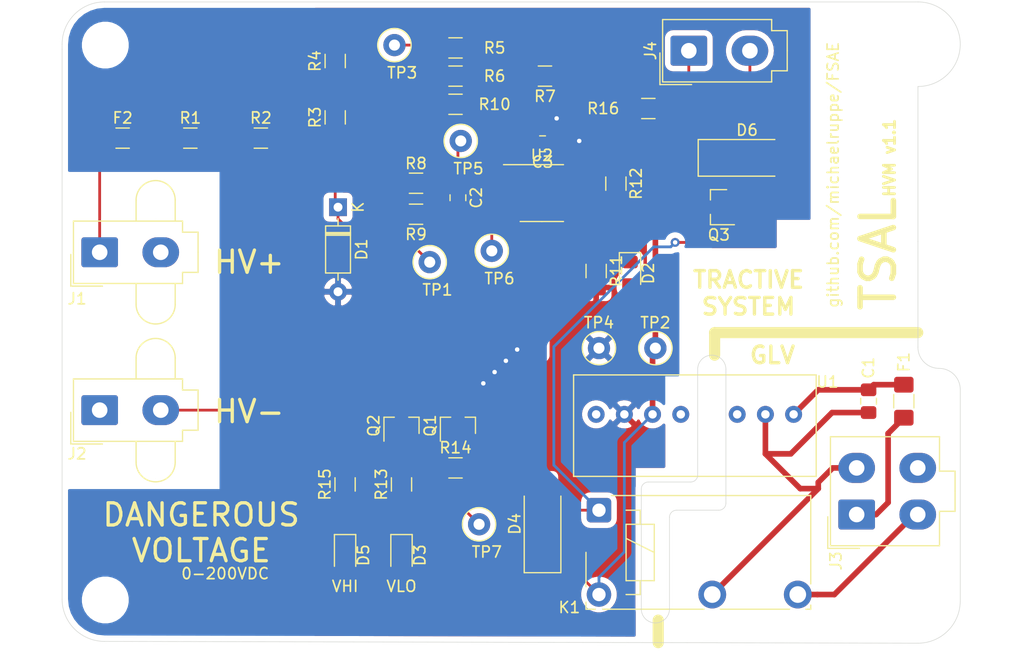
<source format=kicad_pcb>
(kicad_pcb (version 20171130) (host pcbnew "(5.1.2)-2")
  (layers (0 F.Cu signal) (31 B.Cu signal) (34 B.Paste user) (35 F.Paste user) (36 B.SilkS user) (37 F.SilkS user) (38 B.Mask user) (39 F.Mask user) (44 Edge.Cuts user))
  (net 0 "")
  (net 1 "Net-(C1-Pad1)")
  (net 2 -Vin)
  (net 3 "Net-(C2-Pad1)")
  (net 4 "Net-(C2-Pad2)")
  (net 5 GND)
  (net 6 +12V)
  (net 7 "Net-(D1-Pad1)")
  (net 8 "Net-(D2-Pad1)")
  (net 9 "Net-(D3-Pad1)")
  (net 10 "Net-(D5-Pad1)")
  (net 11 +Vin)
  (net 12 "Net-(Q1-Pad1)")
  (net 13 /+HV)
  (net 14 "Net-(U1-Pad5)")
  (net 15 "Net-(U2-Pad5)")
  (net 16 "Net-(F2-Pad2)")
  (net 17 "Net-(D4-Pad2)")
  (net 18 "Net-(R1-Pad2)")
  (net 19 "Net-(R3-Pad2)")
  (net 20 "Net-(R10-Pad1)")
  (net 21 "Net-(R6-Pad1)")
  (net 22 "Net-(U1-Pad3)")
  (net 23 "Net-(U1-Pad8)")
  (net 24 "Net-(D6-Pad2)")
  (net 25 OUT)
  (net 26 "Net-(Q2-Pad3)")
  (net 27 "Net-(J1-Pad2)")
  (net 28 "Net-(J2-Pad1)")
  (net 29 "Net-(J4-Pad1)")
  (module Connector_Molex:Molex_Mini-Fit_Jr_5566-02A2_2x01_P4.20mm_Vertical (layer F.Cu) (at 51.562 77.343 90)
    (fp_text reference J2 (at -3.937 -2.032 180) (layer F.SilkS))
    (fp_text value HV-)
    (pad "" np_thru_hole circle (at 4.7 5.04 90) (size 3 3) (drill 3) (layers *.Cu *.Mask))
    (pad "" np_thru_hole circle (at -4.7 5.04 90) (size 3 3) (drill 3) (layers *.Cu *.Mask))
    (pad 2 thru_hole oval (at 0 5.5 90) (size 2.7 3.3) (drill 1.4) (layers *.Cu *.Mask) (net 5 GND))
    (pad 1 thru_hole roundrect (at 0 0 90) (size 2.7 3.3) (drill 1.4) (layers *.Cu *.Mask) (roundrect_rratio 0.09259299999999999) (net 28 "Net-(J2-Pad1)"))
  )
  (module Connector_Molex:Molex_Mini-Fit_Jr_5566-02A2_2x01_P4.20mm_Vertical (layer F.Cu) (at 51.562 63.119 90)
    (fp_text reference J1 (at -4.191 -2.032 180) (layer F.SilkS))
    (fp_text value HV+)
    (pad "" np_thru_hole circle (at 4.7 5.04 90) (size 3 3) (drill 3) (layers *.Cu *.Mask))
    (pad "" np_thru_hole circle (at -4.7 5.04 90) (size 3 3) (drill 3) (layers *.Cu *.Mask))
    (pad 2 thru_hole oval (at 0 5.5 90) (size 2.7 3.3) (drill 1.4) (layers *.Cu *.Mask) (net 27 "Net-(J1-Pad2)"))
    (pad 1 thru_hole roundrect (at 0 0 90) (size 2.7 3.3) (drill 1.4) (layers *.Cu *.Mask) (roundrect_rratio 0.09259299999999999) (net 13 /+HV))
  )
  (module Connector_Molex:Molex_Mini-Fit_Jr_5566-02A_2x01_P4.20mm_Vertical (layer F.Cu) (at 104.609 44.958 90)
    (fp_text reference J4 (at 0 -3.45 90) (layer F.SilkS))
    (fp_text value VHI)
    (pad 2 thru_hole oval (at 0 5.5 90) (size 2.7 3.3) (drill 1.4) (layers *.Cu *.Mask) (net 24 "Net-(D6-Pad2)"))
    (pad 1 thru_hole roundrect (at 0 0 90) (size 2.7 3.3) (drill 1.4) (layers *.Cu *.Mask) (roundrect_rratio 0.09259299999999999) (net 29 "Net-(J4-Pad1)"))
  )
  (module Connector_Molex:Molex_Mini-Fit_Jr_5566-04A_2x02_P4.20mm_Vertical (layer F.Cu) (at 119.722 86.75 90)
    (fp_text reference J3 (at -4.182 -1.866 90) (layer F.SilkS))
    (fp_text value Conn_01x03_Male)
    (pad 4 thru_hole oval (at 4.2 5.5 90) (size 2.7 3.3) (drill 1.4) (layers *.Cu *.Mask))
    (pad 3 thru_hole oval (at 0 5.5 90) (size 2.7 3.3) (drill 1.4) (layers *.Cu *.Mask) (net 25 OUT))
    (pad 2 thru_hole oval (at 4.2 0 90) (size 2.7 3.3) (drill 1.4) (layers *.Cu *.Mask) (net 2 -Vin))
    (pad 1 thru_hole roundrect (at 0 0 90) (size 2.7 3.3) (drill 1.4) (layers *.Cu *.Mask) (roundrect_rratio 0.09259299999999999) (net 11 +Vin))
  )
  (module Resistor_SMD:R_1206_3216Metric_Pad1.42x1.75mm_HandSolder (layer F.Cu) (at 100.965 50.165)
    (fp_text reference R16 (at -4.064 0) (layer F.SilkS))
    (fp_text value PRV)
    (pad 2 smd roundrect (at 1.4875 0) (size 1.425 1.75) (layers F.Cu F.Paste F.Mask) (roundrect_rratio 0.175439) (net 29 "Net-(J4-Pad1)"))
    (pad 1 smd roundrect (at -1.4875 0) (size 1.425 1.75) (layers F.Cu F.Paste F.Mask) (roundrect_rratio 0.175439) (net 6 +12V))
  )
  (module Package_TO_SOT_SMD:SOT-23 (layer F.Cu) (at 107.315 59.055 180)
    (fp_text reference Q3 (at 0 -2.5) (layer F.SilkS))
    (fp_text value 2N7002)
    (pad 3 smd rect (at 1 0 180) (size 0.9 0.8) (layers F.Cu F.Paste F.Mask) (net 24 "Net-(D6-Pad2)"))
    (pad 2 smd rect (at -1 0.95 180) (size 0.9 0.8) (layers F.Cu F.Paste F.Mask) (net 5 GND))
    (pad 1 smd rect (at -1 -0.95 180) (size 0.9 0.8) (layers F.Cu F.Paste F.Mask) (net 17 "Net-(D4-Pad2)"))
  )
  (module Diode_SMD:D_SMA_Handsoldering (layer F.Cu) (at 109.855 54.61)
    (fp_text reference D6 (at 0 -2.5) (layer F.SilkS))
    (fp_text value D)
    (pad 2 smd rect (at 2.5 0) (size 3.5 1.8) (layers F.Cu F.Paste F.Mask) (net 24 "Net-(D6-Pad2)"))
    (pad 1 smd rect (at -2.5 0) (size 3.5 1.8) (layers F.Cu F.Paste F.Mask) (net 6 +12V))
  )
  (module Capacitor_SMD:C_0805_2012Metric_Pad1.15x1.40mm_HandSolder (layer F.Cu) (at 91.44 53.34 180)
    (fp_text reference C3 (at 0 -1.65) (layer F.SilkS))
    (fp_text value 100n)
    (pad 2 smd roundrect (at 1.025 0 180) (size 1.15 1.4) (layers F.Cu F.Paste F.Mask) (roundrect_rratio 0.217391) (net 5 GND))
    (pad 1 smd roundrect (at -1.025 0 180) (size 1.15 1.4) (layers F.Cu F.Paste F.Mask) (roundrect_rratio 0.217391) (net 6 +12V))
  )
  (module Capacitor_SMD:C_0805_2012Metric_Pad1.15x1.40mm_HandSolder (layer F.Cu) (at 83.82 58.2025 270)
    (fp_text reference C2 (at 0 -1.65 90) (layer F.SilkS))
    (fp_text value 10n)
    (pad 2 smd roundrect (at 1.025 0 270) (size 1.15 1.4) (layers F.Cu F.Paste F.Mask) (roundrect_rratio 0.217391) (net 4 "Net-(C2-Pad2)"))
    (pad 1 smd roundrect (at -1.025 0 270) (size 1.15 1.4) (layers F.Cu F.Paste F.Mask) (roundrect_rratio 0.217391) (net 3 "Net-(C2-Pad1)"))
  )
  (module Capacitor_SMD:C_0805_2012Metric_Pad1.15x1.40mm_HandSolder (layer F.Cu) (at 120.795 76.5375 270)
    (fp_text reference C1 (at -3.0045 0.018 90) (layer F.SilkS))
    (fp_text value 1u)
    (pad 2 smd roundrect (at 1.025 0 270) (size 1.15 1.4) (layers F.Cu F.Paste F.Mask) (roundrect_rratio 0.217391) (net 2 -Vin))
    (pad 1 smd roundrect (at -1.025 0 270) (size 1.15 1.4) (layers F.Cu F.Paste F.Mask) (roundrect_rratio 0.217391) (net 1 "Net-(C1-Pad1)"))
  )
  (module Package_TO_SOT_SMD:SOT-23 (layer F.Cu) (at 78.74 78.74 90)
    (fp_text reference Q2 (at 0 -2.5 90) (layer F.SilkS))
    (fp_text value 2N7002)
    (pad 3 smd rect (at 1 0 90) (size 0.9 0.8) (layers F.Cu F.Paste F.Mask) (net 26 "Net-(Q2-Pad3)"))
    (pad 2 smd rect (at -1 0.95 90) (size 0.9 0.8) (layers F.Cu F.Paste F.Mask) (net 5 GND))
    (pad 1 smd rect (at -1 -0.95 90) (size 0.9 0.8) (layers F.Cu F.Paste F.Mask) (net 17 "Net-(D4-Pad2)"))
  )
  (module MountingHole:MountingHole_3.2mm_M3 (layer F.Cu) (at 125.32 44.45)
    (fp_text reference REF** hide)
    (fp_text value MountingHole_3.2mm_M3)
    (pad 1 np_thru_hole circle (at 0 0) (size 3.2 3.2) (drill 3.2) (layers *.Cu *.Mask))
  )
  (module MountingHole:MountingHole_3.2mm_M3 (layer F.Cu) (at 52.07 94.45)
    (fp_text reference REF** hide)
    (fp_text value MountingHole_3.2mm_M3)
    (pad 1 np_thru_hole circle (at 0 0) (size 3.2 3.2) (drill 3.2) (layers *.Cu *.Mask))
  )
  (module MountingHole:MountingHole_3.2mm_M3 (layer F.Cu) (at 125.32 94.45)
    (fp_text reference REF** hide)
    (fp_text value MountingHole_3.2mm_M3)
    (pad 1 np_thru_hole circle (at 0 0) (size 3.2 3.2) (drill 3.2) (layers *.Cu *.Mask))
  )
  (module MountingHole:MountingHole_3.2mm_M3 (layer F.Cu) (at 52.07 44.45)
    (fp_text reference REF** hide)
    (fp_text value MountingHole_3.2mm_M3)
    (pad 1 np_thru_hole circle (at 0 0) (size 3.2 3.2) (drill 3.2) (layers *.Cu *.Mask))
  )
  (module Diode_SMD:D_SMA_Handsoldering (layer F.Cu) (at 91.44 87.59 90)
    (fp_text reference D4 (at 0 -2.5 90) (layer F.SilkS))
    (fp_text value D)
    (pad 2 smd rect (at 2.5 0 90) (size 3.5 1.8) (layers F.Cu F.Paste F.Mask) (net 17 "Net-(D4-Pad2)"))
    (pad 1 smd rect (at -2.5 0 90) (size 3.5 1.8) (layers F.Cu F.Paste F.Mask) (net 6 +12V))
  )
  (module TSAL-HVM:SPAN02 (layer F.Cu) (at 105.41 78.74 180)
    (fp_text reference U1 (at -11.684 3.937) (layer F.SilkS))
    (fp_text value SPAN02A-12)
    (pad 1 thru_hole circle (at -8.636 1.016 180) (size 1.524 1.524) (drill 0.762) (layers *.Cu *.Mask) (net 1 "Net-(C1-Pad1)"))
    (pad 2 thru_hole circle (at -6.096 1.016 180) (size 1.524 1.524) (drill 0.762) (layers *.Cu *.Mask) (net 2 -Vin))
    (pad 3 thru_hole circle (at -3.556 1.016 180) (size 1.524 1.524) (drill 0.762) (layers *.Cu *.Mask) (net 22 "Net-(U1-Pad3)"))
    (pad 5 thru_hole circle (at 1.524 1.016 180) (size 1.524 1.524) (drill 0.762) (layers *.Cu *.Mask) (net 14 "Net-(U1-Pad5)"))
    (pad 6 thru_hole circle (at 4.064 1.016 180) (size 1.524 1.524) (drill 0.762) (layers *.Cu *.Mask) (net 6 +12V))
    (pad 7 thru_hole circle (at 6.604 1.016 180) (size 1.524 1.524) (drill 0.762) (layers *.Cu *.Mask) (net 5 GND))
    (pad 8 thru_hole circle (at 9.144 1.016 180) (size 1.524 1.524) (drill 0.762) (layers *.Cu *.Mask) (net 23 "Net-(U1-Pad8)"))
  )
  (module TestPoint:TestPoint_Loop_D1.80mm_Drill1.0mm_Beaded (layer F.Cu) (at 84.074 53.086)
    (fp_text reference TP5 (at 0.7 2.5) (layer F.SilkS))
    (fp_text value TestPoint)
    (pad 1 thru_hole circle (at 0 0) (size 2 2) (drill 1) (layers *.Cu *.Mask) (net 3 "Net-(C2-Pad1)"))
  )
  (module Fuse:Fuse_1206_3216Metric_Pad1.42x1.75mm_HandSolder (layer F.Cu) (at 53.6305 52.832)
    (fp_text reference F2 (at 0 -1.82) (layer F.SilkS))
    (fp_text value Fuse_Small)
    (pad 1 smd roundrect (at -1.4875 0) (size 1.425 1.75) (layers F.Cu F.Paste F.Mask) (roundrect_rratio 0.175439) (net 13 /+HV))
    (pad 2 smd roundrect (at 1.4875 0) (size 1.425 1.75) (layers F.Cu F.Paste F.Mask) (roundrect_rratio 0.175439) (net 16 "Net-(F2-Pad2)"))
  )
  (module Diode_THT:D_DO-35_SOD27_P7.62mm_Horizontal (layer F.Cu) (at 73.025 59.055 270)
    (fp_text reference D1 (at 3.81 -2.12 270) (layer F.SilkS))
    (fp_text value 12V)
    (fp_text user K (at 0 -1.8 270) (layer F.SilkS))
    (pad 1 thru_hole rect (at 0 0 270) (size 1.6 1.6) (drill 0.8) (layers *.Cu *.Mask) (net 7 "Net-(D1-Pad1)"))
    (pad 2 thru_hole oval (at 7.62 0 270) (size 1.6 1.6) (drill 0.8) (layers *.Cu *.Mask) (net 5 GND))
  )
  (module LED_SMD:LED_0805_2012Metric_Pad1.15x1.40mm_HandSolder (layer F.Cu) (at 78.74 90.415 270)
    (fp_text reference D3 (at 0 -1.65 90) (layer F.SilkS))
    (fp_text value VLO)
    (pad 1 smd roundrect (at -1.025 0 270) (size 1.15 1.4) (layers F.Cu F.Paste F.Mask) (roundrect_rratio 0.217391) (net 9 "Net-(D3-Pad1)"))
    (pad 2 smd roundrect (at 1.025 0 270) (size 1.15 1.4) (layers F.Cu F.Paste F.Mask) (roundrect_rratio 0.217391) (net 6 +12V))
  )
  (module LED_SMD:LED_0805_2012Metric_Pad1.15x1.40mm_HandSolder (layer F.Cu) (at 99.314 65.015 270)
    (fp_text reference D2 (at 0 -1.65 90) (layer F.SilkS))
    (fp_text value PWR)
    (pad 1 smd roundrect (at -1.025 0 270) (size 1.15 1.4) (layers F.Cu F.Paste F.Mask) (roundrect_rratio 0.217391) (net 8 "Net-(D2-Pad1)"))
    (pad 2 smd roundrect (at 1.025 0 270) (size 1.15 1.4) (layers F.Cu F.Paste F.Mask) (roundrect_rratio 0.217391) (net 6 +12V))
  )
  (module LED_SMD:LED_0805_2012Metric_Pad1.15x1.40mm_HandSolder (layer F.Cu) (at 73.66 90.415 270)
    (fp_text reference D5 (at 0 -1.65 90) (layer F.SilkS))
    (fp_text value VHI)
    (pad 2 smd roundrect (at 1.025 0 270) (size 1.15 1.4) (layers F.Cu F.Paste F.Mask) (roundrect_rratio 0.217391) (net 6 +12V))
    (pad 1 smd roundrect (at -1.025 0 270) (size 1.15 1.4) (layers F.Cu F.Paste F.Mask) (roundrect_rratio 0.217391) (net 10 "Net-(D5-Pad1)"))
  )
  (module Fuse:Fuse_1206_3216Metric_Pad1.42x1.75mm_HandSolder (layer F.Cu) (at 123.97 76.5375 90)
    (fp_text reference F1 (at 3.5195 0 90) (layer F.SilkS))
    (fp_text value Fuse_Small)
    (pad 1 smd roundrect (at -1.4875 0 90) (size 1.425 1.75) (layers F.Cu F.Paste F.Mask) (roundrect_rratio 0.175439) (net 11 +Vin))
    (pad 2 smd roundrect (at 1.4875 0 90) (size 1.425 1.75) (layers F.Cu F.Paste F.Mask) (roundrect_rratio 0.175439) (net 1 "Net-(C1-Pad1)"))
  )
  (module Relay_THT:Relay_SPST_TE_PCH-1xxx2M (layer F.Cu) (at 96.52 86.36)
    (fp_text reference K1 (at -2.667 8.763) (layer F.SilkS))
    (fp_text value TE_PCH-1xxx2M)
    (pad 2 thru_hole circle (at 10.2 7.6) (size 2.5 2.5) (drill 1.5) (layers *.Cu *.Mask) (net 2 -Vin))
    (pad 1 thru_hole roundrect (at 0 0) (size 2.2 2.2) (drill 1.2) (layers *.Cu *.Mask) (roundrect_rratio 0.155) (net 17 "Net-(D4-Pad2)"))
    (pad 5 thru_hole circle (at 0 7.6) (size 2.2 2.2) (drill 1.2) (layers *.Cu *.Mask) (net 6 +12V))
    (pad 3 thru_hole circle (at 17.9 7.6) (size 2.5 2.5) (drill 1.5) (layers *.Cu *.Mask) (net 25 OUT))
  )
  (module Package_TO_SOT_SMD:SOT-23 (layer F.Cu) (at 83.82 78.74 90)
    (fp_text reference Q1 (at 0 -2.5 90) (layer F.SilkS))
    (fp_text value 2N7002)
    (pad 3 smd rect (at 1 0 90) (size 0.9 0.8) (layers F.Cu F.Paste F.Mask) (net 17 "Net-(D4-Pad2)"))
    (pad 2 smd rect (at -1 0.95 90) (size 0.9 0.8) (layers F.Cu F.Paste F.Mask) (net 5 GND))
    (pad 1 smd rect (at -1 -0.95 90) (size 0.9 0.8) (layers F.Cu F.Paste F.Mask) (net 12 "Net-(Q1-Pad1)"))
  )
  (module Resistor_SMD:R_1206_3216Metric_Pad1.42x1.75mm_HandSolder (layer F.Cu) (at 83.6025 44.704)
    (fp_text reference R5 (at 3.5195 0) (layer F.SilkS))
    (fp_text value 75k)
    (pad 2 smd roundrect (at 1.4875 0) (size 1.425 1.75) (layers F.Cu F.Paste F.Mask) (roundrect_rratio 0.175439) (net 6 +12V))
    (pad 1 smd roundrect (at -1.4875 0) (size 1.425 1.75) (layers F.Cu F.Paste F.Mask) (roundrect_rratio 0.175439) (net 20 "Net-(R10-Pad1)"))
  )
  (module Resistor_SMD:R_1206_3216Metric_Pad1.42x1.75mm_HandSolder (layer F.Cu) (at 83.6025 47.244 180)
    (fp_text reference R6 (at -3.5195 0) (layer F.SilkS))
    (fp_text value 24k)
    (pad 1 smd roundrect (at -1.4875 0 180) (size 1.425 1.75) (layers F.Cu F.Paste F.Mask) (roundrect_rratio 0.175439) (net 21 "Net-(R6-Pad1)"))
    (pad 2 smd roundrect (at 1.4875 0 180) (size 1.425 1.75) (layers F.Cu F.Paste F.Mask) (roundrect_rratio 0.175439) (net 20 "Net-(R10-Pad1)"))
  )
  (module Resistor_SMD:R_1206_3216Metric_Pad1.42x1.75mm_HandSolder (layer F.Cu) (at 83.6025 49.784)
    (fp_text reference R10 (at 3.5195 0) (layer F.SilkS))
    (fp_text value 1M)
    (pad 2 smd roundrect (at 1.4875 0) (size 1.425 1.75) (layers F.Cu F.Paste F.Mask) (roundrect_rratio 0.175439) (net 12 "Net-(Q1-Pad1)"))
    (pad 1 smd roundrect (at -1.4875 0) (size 1.425 1.75) (layers F.Cu F.Paste F.Mask) (roundrect_rratio 0.175439) (net 20 "Net-(R10-Pad1)"))
  )
  (module Resistor_SMD:R_1206_3216Metric_Pad1.42x1.75mm_HandSolder (layer F.Cu) (at 59.7265 52.832)
    (fp_text reference R1 (at 0 -1.82) (layer F.SilkS))
    (fp_text value 499k)
    (pad 2 smd roundrect (at 1.4875 0) (size 1.425 1.75) (layers F.Cu F.Paste F.Mask) (roundrect_rratio 0.175439) (net 18 "Net-(R1-Pad2)"))
    (pad 1 smd roundrect (at -1.4875 0) (size 1.425 1.75) (layers F.Cu F.Paste F.Mask) (roundrect_rratio 0.175439) (net 16 "Net-(F2-Pad2)"))
  )
  (module Resistor_SMD:R_1206_3216Metric_Pad1.42x1.75mm_HandSolder (layer F.Cu) (at 66.0765 52.832)
    (fp_text reference R2 (at 0 -1.82) (layer F.SilkS))
    (fp_text value 499k)
    (pad 2 smd roundrect (at 1.4875 0) (size 1.425 1.75) (layers F.Cu F.Paste F.Mask) (roundrect_rratio 0.175439) (net 7 "Net-(D1-Pad1)"))
    (pad 1 smd roundrect (at -1.4875 0) (size 1.425 1.75) (layers F.Cu F.Paste F.Mask) (roundrect_rratio 0.175439) (net 18 "Net-(R1-Pad2)"))
  )
  (module Resistor_SMD:R_1206_3216Metric_Pad1.42x1.75mm_HandSolder (layer F.Cu) (at 72.771 50.9635 90)
    (fp_text reference R3 (at 0 -1.82 90) (layer F.SilkS))
    (fp_text value 49k9)
    (pad 1 smd roundrect (at -1.4875 0 90) (size 1.425 1.75) (layers F.Cu F.Paste F.Mask) (roundrect_rratio 0.175439) (net 7 "Net-(D1-Pad1)"))
    (pad 2 smd roundrect (at 1.4875 0 90) (size 1.425 1.75) (layers F.Cu F.Paste F.Mask) (roundrect_rratio 0.175439) (net 19 "Net-(R3-Pad2)"))
  )
  (module Resistor_SMD:R_1206_3216Metric_Pad1.42x1.75mm_HandSolder (layer F.Cu) (at 72.771 45.8835 90)
    (fp_text reference R4 (at 0 -1.82 90) (layer F.SilkS))
    (fp_text value 2k2)
    (pad 2 smd roundrect (at 1.4875 0 90) (size 1.425 1.75) (layers F.Cu F.Paste F.Mask) (roundrect_rratio 0.175439) (net 5 GND))
    (pad 1 smd roundrect (at -1.4875 0 90) (size 1.425 1.75) (layers F.Cu F.Paste F.Mask) (roundrect_rratio 0.175439) (net 19 "Net-(R3-Pad2)"))
  )
  (module Resistor_SMD:R_1206_3216Metric_Pad1.42x1.75mm_HandSolder (layer F.Cu) (at 80.0465 56.896 180)
    (fp_text reference R8 (at 0 1.778) (layer F.SilkS))
    (fp_text value 100)
    (pad 2 smd roundrect (at 1.4875 0 180) (size 1.425 1.75) (layers F.Cu F.Paste F.Mask) (roundrect_rratio 0.175439) (net 20 "Net-(R10-Pad1)"))
    (pad 1 smd roundrect (at -1.4875 0 180) (size 1.425 1.75) (layers F.Cu F.Paste F.Mask) (roundrect_rratio 0.175439) (net 3 "Net-(C2-Pad1)"))
  )
  (module Resistor_SMD:R_1206_3216Metric_Pad1.42x1.75mm_HandSolder (layer F.Cu) (at 80.0465 59.69 180)
    (fp_text reference R9 (at 0 -1.82) (layer F.SilkS))
    (fp_text value 100)
    (pad 1 smd roundrect (at -1.4875 0 180) (size 1.425 1.75) (layers F.Cu F.Paste F.Mask) (roundrect_rratio 0.175439) (net 4 "Net-(C2-Pad2)"))
    (pad 2 smd roundrect (at 1.4875 0 180) (size 1.425 1.75) (layers F.Cu F.Paste F.Mask) (roundrect_rratio 0.175439) (net 7 "Net-(D1-Pad1)"))
  )
  (module Resistor_SMD:R_1206_3216Metric_Pad1.42x1.75mm_HandSolder (layer F.Cu) (at 98.044 56.9325 270)
    (fp_text reference R12 (at 0 -1.82 90) (layer F.SilkS))
    (fp_text value 24k)
    (pad 1 smd roundrect (at -1.4875 0 270) (size 1.425 1.75) (layers F.Cu F.Paste F.Mask) (roundrect_rratio 0.175439) (net 6 +12V))
    (pad 2 smd roundrect (at 1.4875 0 270) (size 1.425 1.75) (layers F.Cu F.Paste F.Mask) (roundrect_rratio 0.175439) (net 12 "Net-(Q1-Pad1)"))
  )
  (module Resistor_SMD:R_1206_3216Metric_Pad1.42x1.75mm_HandSolder (layer F.Cu) (at 78.74 84.0375 90)
    (fp_text reference R13 (at 0 -1.82 90) (layer F.SilkS))
    (fp_text value 2k2)
    (pad 2 smd roundrect (at 1.4875 0 90) (size 1.425 1.75) (layers F.Cu F.Paste F.Mask) (roundrect_rratio 0.175439) (net 17 "Net-(D4-Pad2)"))
    (pad 1 smd roundrect (at -1.4875 0 90) (size 1.425 1.75) (layers F.Cu F.Paste F.Mask) (roundrect_rratio 0.175439) (net 9 "Net-(D3-Pad1)"))
  )
  (module Resistor_SMD:R_1206_3216Metric_Pad1.42x1.75mm_HandSolder (layer F.Cu) (at 91.6575 47.244 180)
    (fp_text reference R7 (at 0 -1.82) (layer F.SilkS))
    (fp_text value 900)
    (pad 2 smd roundrect (at 1.4875 0 180) (size 1.425 1.75) (layers F.Cu F.Paste F.Mask) (roundrect_rratio 0.175439) (net 21 "Net-(R6-Pad1)"))
    (pad 1 smd roundrect (at -1.4875 0 180) (size 1.425 1.75) (layers F.Cu F.Paste F.Mask) (roundrect_rratio 0.175439) (net 5 GND))
  )
  (module Resistor_SMD:R_1206_3216Metric_Pad1.42x1.75mm_HandSolder (layer F.Cu) (at 96.266 64.8065 270)
    (fp_text reference R11 (at 0 -1.82 90) (layer F.SilkS))
    (fp_text value 2k2)
    (pad 2 smd roundrect (at 1.4875 0 270) (size 1.425 1.75) (layers F.Cu F.Paste F.Mask) (roundrect_rratio 0.175439) (net 5 GND))
    (pad 1 smd roundrect (at -1.4875 0 270) (size 1.425 1.75) (layers F.Cu F.Paste F.Mask) (roundrect_rratio 0.175439) (net 8 "Net-(D2-Pad1)"))
  )
  (module Resistor_SMD:R_1206_3216Metric_Pad1.42x1.75mm_HandSolder (layer F.Cu) (at 83.6025 82.55)
    (fp_text reference R14 (at 0 -1.82) (layer F.SilkS))
    (fp_text value 24k)
    (pad 1 smd roundrect (at -1.4875 0) (size 1.425 1.75) (layers F.Cu F.Paste F.Mask) (roundrect_rratio 0.175439) (net 17 "Net-(D4-Pad2)"))
    (pad 2 smd roundrect (at 1.4875 0) (size 1.425 1.75) (layers F.Cu F.Paste F.Mask) (roundrect_rratio 0.175439) (net 5 GND))
  )
  (module Resistor_SMD:R_1206_3216Metric_Pad1.42x1.75mm_HandSolder (layer F.Cu) (at 73.66 84.0375 90)
    (fp_text reference R15 (at 0 -1.82 90) (layer F.SilkS))
    (fp_text value 2k2)
    (pad 1 smd roundrect (at -1.4875 0 90) (size 1.425 1.75) (layers F.Cu F.Paste F.Mask) (roundrect_rratio 0.175439) (net 10 "Net-(D5-Pad1)"))
    (pad 2 smd roundrect (at 1.4875 0 90) (size 1.425 1.75) (layers F.Cu F.Paste F.Mask) (roundrect_rratio 0.175439) (net 26 "Net-(Q2-Pad3)"))
  )
  (module TestPoint:TestPoint_Loop_D1.80mm_Drill1.0mm_Beaded (layer F.Cu) (at 81.28 64.008)
    (fp_text reference TP1 (at 0.7 2.5) (layer F.SilkS))
    (fp_text value TestPoint)
    (pad 1 thru_hole circle (at 0 0) (size 2 2) (drill 1) (layers *.Cu *.Mask) (net 7 "Net-(D1-Pad1)"))
  )
  (module TestPoint:TestPoint_Loop_D1.80mm_Drill1.0mm_Beaded (layer F.Cu) (at 101.6 71.755)
    (fp_text reference TP2 (at 0 -2.286) (layer F.SilkS))
    (fp_text value +12)
    (pad 1 thru_hole circle (at 0 0) (size 2 2) (drill 1) (layers *.Cu *.Mask) (net 6 +12V))
  )
  (module TestPoint:TestPoint_Loop_D1.80mm_Drill1.0mm_Beaded (layer F.Cu) (at 78.105 44.45)
    (fp_text reference TP3 (at 0.7 2.5) (layer F.SilkS))
    (fp_text value TestPoint)
    (pad 1 thru_hole circle (at 0 0) (size 2 2) (drill 1) (layers *.Cu *.Mask) (net 20 "Net-(R10-Pad1)"))
  )
  (module TestPoint:TestPoint_Loop_D1.80mm_Drill1.0mm_Beaded (layer F.Cu) (at 96.52 71.755)
    (fp_text reference TP4 (at 0 -2.286) (layer F.SilkS))
    (fp_text value GND)
    (pad 1 thru_hole circle (at 0 0) (size 2 2) (drill 1) (layers *.Cu *.Mask) (net 5 GND))
  )
  (module TestPoint:TestPoint_Loop_D1.80mm_Drill1.0mm_Beaded (layer F.Cu) (at 86.868 62.992)
    (fp_text reference TP6 (at 0.7 2.5) (layer F.SilkS))
    (fp_text value TestPoint)
    (pad 1 thru_hole circle (at 0 0) (size 2 2) (drill 1) (layers *.Cu *.Mask) (net 4 "Net-(C2-Pad2)"))
  )
  (module TestPoint:TestPoint_Loop_D1.80mm_Drill1.0mm_Beaded (layer F.Cu) (at 85.725 87.63)
    (fp_text reference TP7 (at 0.7 2.5) (layer F.SilkS))
    (fp_text value TestPoint)
    (pad 1 thru_hole circle (at 0 0) (size 2 2) (drill 1) (layers *.Cu *.Mask) (net 12 "Net-(Q1-Pad1)"))
  )
  (module Package_SO:SOIC-8_3.9x4.9mm_P1.27mm (layer F.Cu) (at 91.375 57.785)
    (fp_text reference U2 (at 0 -3.4) (layer F.SilkS))
    (fp_text value LM311)
    (pad 1 smd roundrect (at -2.475 -1.905) (size 1.95 0.6) (layers F.Cu F.Paste F.Mask) (net 5 GND))
    (pad 2 smd roundrect (at -2.475 -0.635) (size 1.95 0.6) (layers F.Cu F.Paste F.Mask) (net 3 "Net-(C2-Pad1)"))
    (pad 3 smd roundrect (at -2.475 0.635) (size 1.95 0.6) (layers F.Cu F.Paste F.Mask) (net 4 "Net-(C2-Pad2)"))
    (pad 4 smd roundrect (at -2.475 1.905) (size 1.95 0.6) (layers F.Cu F.Paste F.Mask) (net 5 GND))
    (pad 5 smd roundrect (at 2.475 1.905) (size 1.95 0.6) (layers F.Cu F.Paste F.Mask) (net 15 "Net-(U2-Pad5)"))
    (pad 6 smd roundrect (at 2.475 0.635) (size 1.95 0.6) (layers F.Cu F.Paste F.Mask) (net 15 "Net-(U2-Pad5)"))
    (pad 7 smd roundrect (at 2.475 -0.635) (size 1.95 0.6) (layers F.Cu F.Paste F.Mask) (net 12 "Net-(Q1-Pad1)"))
    (pad 8 smd roundrect (at 2.475 -1.905) (size 1.95 0.6) (layers F.Cu F.Paste F.Mask) (net 6 +12V))
  )
  (gr_text VLO (at 78.74 93.218) (layer F.SilkS) (effects (font (size 1 1))))
  (gr_text VHI (at 73.66 93.218) (layer F.SilkS) (effects (font (size 1 1))))
  (gr_text "TRACTIVE\nSYSTEM" (at 109.982 66.802) (layer F.SilkS) (effects (font (size 1.5 1.5) (thickness 0.3))))
  (gr_text GLV (at 112.141 72.39) (layer F.SilkS) (effects (font (size 1.5 1.5) (thickness 0.3))))
  (gr_line (start 101.854 96.266) (end 101.854 98.298) (layer F.SilkS) (width 1))
  (gr_line (start 106.934 70.358) (end 125.222 70.358) (layer F.SilkS) (width 1))
  (gr_line (start 106.934 72.39) (end 106.934 70.358) (layer F.SilkS) (width 1))
  (gr_text "HVM v1.1" (at 122.682 54.61 90) (layer F.SilkS) (effects (font (size 1 1) (thickness 0.25))))
  (gr_text "DANGEROUS\nVOLTAGE" (at 60.706 88.392) (layer F.SilkS) (effects (font (size 2 2) (thickness 0.3))))
  (gr_text github.com/michaelruppe/FSAE (at 117.602 56.134 90) (layer F.SilkS) (effects (font (size 1 1))))
  (gr_text TSAL (at 121.666 63.246 90) (layer F.SilkS) (effects (font (size 3 3) (thickness 0.5))))
  (gr_text 0-200VDC (at 62.865 92.075) (layer F.SilkS) (effects (font (size 1 1))))
  (gr_text HV+ (at 65.024 64.008) (layer F.SilkS) (effects (font (size 2 2) (thickness 0.3))))
  (gr_text HV- (at 65.024 77.47) (layer F.SilkS) (effects (font (size 2 2) (thickness 0.3))))
  (gr_arc (start 104.775 83.185) (end 104.775 83.82) (angle -90) (layer Edge.Cuts) (width 0.05))
  (gr_arc (start 100.965 84.455) (end 100.965 83.82) (angle -90) (layer Edge.Cuts) (width 0.05))
  (gr_arc (start 107.315 85.725) (end 107.315 86.36) (angle -90) (layer Edge.Cuts) (width 0.05))
  (gr_arc (start 103.505 86.995) (end 103.505 86.36) (angle -90) (layer Edge.Cuts) (width 0.05))
  (gr_arc (start 101.6 95.25) (end 100.33 95.25) (angle -180) (layer Edge.Cuts) (width 0.05))
  (gr_arc (start 106.68 73.66) (end 107.95 73.66) (angle -180) (layer Edge.Cuts) (width 0.05))
  (gr_line (start 103.505 86.36) (end 107.315 86.36) (layer Edge.Cuts) (width 0.05))
  (gr_line (start 105.41 83.185) (end 105.41 78.74) (layer Edge.Cuts) (width 0.05))
  (gr_line (start 100.965 83.82) (end 104.775 83.82) (layer Edge.Cuts) (width 0.05))
  (gr_line (start 125.24 98.345) (end 51.99 98.18) (layer Edge.Cuts) (width 0.05))
  (gr_line (start 129.05 94.535) (end 129.05 75.485) (layer Edge.Cuts) (width 0.05))
  (gr_line (start 125.24 62.15) (end 125.24 71.675) (layer Edge.Cuts) (width 0.05))
  (gr_arc (start 127.145 75.485) (end 129.05 75.485) (angle -90) (layer Edge.Cuts) (width 0.05))
  (gr_arc (start 127.145 71.675) (end 125.24 71.675) (angle -90) (layer Edge.Cuts) (width 0.05))
  (gr_line (start 125.24 48.18) (end 125.24 62.15) (layer Edge.Cuts) (width 0.05))
  (gr_arc (start 125.24 44.37) (end 125.24 48.18) (angle -90) (layer Edge.Cuts) (width 0.05))
  (gr_line (start 51.99 40.56) (end 125.24 40.56) (layer Edge.Cuts) (width 0.05))
  (gr_line (start 48.18 44.84) (end 48.18 44.37) (layer Edge.Cuts) (width 0.05))
  (gr_arc (start 51.99 44.37) (end 51.99 40.56) (angle -90) (layer Edge.Cuts) (width 0.05))
  (gr_line (start 48.18 94.37) (end 48.18 44.84) (layer Edge.Cuts) (width 0.05))
  (gr_arc (start 51.99 94.37) (end 48.18 94.37) (angle -90) (layer Edge.Cuts) (width 0.05))
  (gr_arc (start 125.24 94.535) (end 125.24 98.345) (angle -90) (layer Edge.Cuts) (width 0.05))
  (gr_arc (start 125.24 44.37) (end 129.05 44.37) (angle -90) (layer Edge.Cuts) (width 0.05))
  (gr_line (start 105.41 78.74) (end 105.41 73.66) (layer Edge.Cuts) (width 0.05))
  (gr_line (start 107.95 85.725) (end 107.95 73.66) (layer Edge.Cuts) (width 0.05))
  (gr_line (start 102.87 95.25) (end 102.87 86.995) (layer Edge.Cuts) (width 0.05))
  (gr_line (start 100.33 95.25) (end 100.33 84.455) (layer Edge.Cuts) (width 0.05))
  (segment (start 121.2575 75.05) (end 120.795 75.5125) (width 0.508) (layer F.Cu) (net 1))
  (segment (start 123.97 75.05) (end 121.2575 75.05) (width 0.508) (layer F.Cu) (net 1))
  (segment (start 116.2575 75.5125) (end 114.046 77.724) (width 0.508) (layer F.Cu) (net 1))
  (segment (start 120.795 75.5125) (end 116.2575 75.5125) (width 0.508) (layer F.Cu) (net 1))
  (segment (start 116.265 84.415) (end 106.72 93.96) (width 0.508) (layer F.Cu) (net 2))
  (segment (start 111.506 81.28) (end 111.506 77.724) (width 0.508) (layer F.Cu) (net 2))
  (segment (start 114.641 84.415) (end 111.506 81.28) (width 0.508) (layer F.Cu) (net 2))
  (segment (start 111.506 81.28) (end 113.792 81.28) (width 0.508) (layer F.Cu) (net 2))
  (segment (start 117.5095 77.5625) (end 120.795 77.5625) (width 0.508) (layer F.Cu) (net 2))
  (segment (start 113.792 81.28) (end 117.5095 77.5625) (width 0.508) (layer F.Cu) (net 2))
  (segment (start 116.265 84.415) (end 114.641 84.415) (width 0.508) (layer F.Cu) (net 2))
  (segment (start 117.564 82.55) (end 119.722 82.55) (width 0.508) (layer F.Cu) (net 2))
  (segment (start 116.265 83.849) (end 117.564 82.55) (width 0.508) (layer F.Cu) (net 2))
  (segment (start 116.265 84.415) (end 116.265 83.849) (width 0.508) (layer F.Cu) (net 2))
  (segment (start 83.8475 57.15) (end 83.82 57.1775) (width 0.25) (layer F.Cu) (net 3))
  (segment (start 88.9 57.15) (end 83.8475 57.15) (width 0.25) (layer F.Cu) (net 3))
  (segment (start 81.8155 57.1775) (end 81.534 56.896) (width 0.25) (layer F.Cu) (net 3))
  (segment (start 83.82 57.1775) (end 81.8155 57.1775) (width 0.25) (layer F.Cu) (net 3))
  (segment (start 83.82 53.34) (end 84.074 53.086) (width 0.25) (layer F.Cu) (net 3))
  (segment (start 83.82 57.1775) (end 83.82 53.34) (width 0.25) (layer F.Cu) (net 3))
  (segment (start 88.9 58.42) (end 86.995 58.42) (width 0.25) (layer F.Cu) (net 4))
  (segment (start 86.995 58.42) (end 86.1875 59.2275) (width 0.25) (layer F.Cu) (net 4))
  (segment (start 81.9965 59.2275) (end 81.534 59.69) (width 0.25) (layer F.Cu) (net 4))
  (segment (start 83.82 59.2275) (end 81.9965 59.2275) (width 0.25) (layer F.Cu) (net 4))
  (segment (start 86.868 61.178) (end 84.9175 59.2275) (width 0.25) (layer F.Cu) (net 4))
  (segment (start 86.868 62.992) (end 86.868 61.178) (width 0.25) (layer F.Cu) (net 4))
  (segment (start 86.1875 59.2275) (end 84.9175 59.2275) (width 0.25) (layer F.Cu) (net 4))
  (segment (start 84.9175 59.2275) (end 83.82 59.2275) (width 0.25) (layer F.Cu) (net 4))
  (via (at 92.71 51.054) (size 0.8) (drill 0.4) (layers F.Cu B.Cu) (net 5))
  (via (at 94.742 53.086) (size 0.8) (drill 0.4) (layers F.Cu B.Cu) (net 5))
  (via (at 89.154 71.882) (size 0.8) (drill 0.4) (layers F.Cu B.Cu) (net 5))
  (via (at 88.138 72.898) (size 0.8) (drill 0.4) (layers F.Cu B.Cu) (net 5))
  (via (at 87.122 73.914) (size 0.8) (drill 0.4) (layers F.Cu B.Cu) (net 5))
  (via (at 86.106 74.93) (size 0.8) (drill 0.4) (layers F.Cu B.Cu) (net 5))
  (segment (start 73.025 72.009) (end 73.025 66.675) (width 0.25) (layer F.Cu) (net 5))
  (segment (start 57.062 77.343) (end 67.691 77.343) (width 0.25) (layer F.Cu) (net 5))
  (segment (start 67.691 77.343) (end 73.025 72.009) (width 0.25) (layer F.Cu) (net 5))
  (segment (start 94.0165 44.704) (end 99.4775 50.165) (width 0.25) (layer F.Cu) (net 6))
  (segment (start 85.09 44.704) (end 94.0165 44.704) (width 0.25) (layer F.Cu) (net 6))
  (segment (start 94.285 55.445) (end 93.85 55.88) (width 0.25) (layer F.Cu) (net 6))
  (segment (start 98.044 55.445) (end 94.285 55.445) (width 0.25) (layer F.Cu) (net 6))
  (segment (start 92.65 90.09) (end 91.44 90.09) (width 0.25) (layer F.Cu) (net 6))
  (segment (start 96.52 93.96) (end 92.65 90.09) (width 0.25) (layer F.Cu) (net 6))
  (segment (start 90.29 90.09) (end 88.178 92.202) (width 0.25) (layer F.Cu) (net 6))
  (segment (start 91.44 90.09) (end 90.29 90.09) (width 0.25) (layer F.Cu) (net 6))
  (segment (start 79.502 92.202) (end 78.74 91.44) (width 0.25) (layer F.Cu) (net 6))
  (segment (start 88.178 92.202) (end 79.502 92.202) (width 0.25) (layer F.Cu) (net 6))
  (segment (start 78.74 91.44) (end 73.66 91.44) (width 0.25) (layer F.Cu) (net 6))
  (segment (start 101.346 72.009) (end 101.6 71.755) (width 0.508) (layer F.Cu) (net 6))
  (segment (start 101.346 77.724) (end 101.346 72.009) (width 0.508) (layer F.Cu) (net 6))
  (segment (start 101.6 68.326) (end 99.314 66.04) (width 0.508) (layer F.Cu) (net 6))
  (segment (start 101.6 71.755) (end 101.6 68.326) (width 0.508) (layer F.Cu) (net 6))
  (segment (start 101.6 68.326) (end 101.6 56.642) (width 0.508) (layer F.Cu) (net 6))
  (segment (start 100.403 55.445) (end 98.044 55.445) (width 0.508) (layer F.Cu) (net 6))
  (segment (start 101.6 56.642) (end 100.403 55.445) (width 0.508) (layer F.Cu) (net 6))
  (segment (start 103.632 54.61) (end 101.6 56.642) (width 0.508) (layer F.Cu) (net 6))
  (segment (start 107.355 54.61) (end 103.632 54.61) (width 0.508) (layer F.Cu) (net 6))
  (segment (start 101.6 53.2625) (end 101.6 56.642) (width 0.25) (layer F.Cu) (net 6))
  (segment (start 99.4775 51.14) (end 101.6 53.2625) (width 0.25) (layer F.Cu) (net 6))
  (segment (start 99.4775 50.165) (end 99.4775 51.14) (width 0.25) (layer F.Cu) (net 6))
  (segment (start 93.85 54.725) (end 92.465 53.34) (width 0.25) (layer F.Cu) (net 6))
  (segment (start 93.85 55.88) (end 93.85 54.725) (width 0.25) (layer F.Cu) (net 6))
  (segment (start 96.52 92.404366) (end 98.806 90.118366) (width 0.25) (layer B.Cu) (net 6))
  (segment (start 96.52 93.96) (end 96.52 92.404366) (width 0.25) (layer B.Cu) (net 6))
  (segment (start 98.806 80.264) (end 101.346 77.724) (width 0.25) (layer B.Cu) (net 6))
  (segment (start 98.806 90.118366) (end 98.806 80.264) (width 0.25) (layer B.Cu) (net 6))
  (segment (start 73.025 60.105) (end 73.88 60.96) (width 0.25) (layer F.Cu) (net 7))
  (segment (start 73.025 59.055) (end 73.025 60.105) (width 0.25) (layer F.Cu) (net 7))
  (segment (start 77.289 60.96) (end 78.559 59.69) (width 0.25) (layer F.Cu) (net 7))
  (segment (start 73.88 60.96) (end 77.289 60.96) (width 0.25) (layer F.Cu) (net 7))
  (segment (start 78.232 60.96) (end 77.289 60.96) (width 0.25) (layer F.Cu) (net 7))
  (segment (start 81.28 64.008) (end 78.232 60.96) (width 0.25) (layer F.Cu) (net 7))
  (segment (start 72.39 52.832) (end 72.771 52.451) (width 0.25) (layer F.Cu) (net 7))
  (segment (start 67.564 52.832) (end 72.39 52.832) (width 0.25) (layer F.Cu) (net 7))
  (segment (start 72.771 58.801) (end 73.025 59.055) (width 0.25) (layer F.Cu) (net 7))
  (segment (start 72.771 52.451) (end 72.771 58.801) (width 0.25) (layer F.Cu) (net 7))
  (segment (start 98.643 63.319) (end 99.314 63.99) (width 0.25) (layer F.Cu) (net 8))
  (segment (start 96.266 63.319) (end 98.643 63.319) (width 0.25) (layer F.Cu) (net 8))
  (segment (start 78.74 89.39) (end 78.74 85.525) (width 0.25) (layer F.Cu) (net 9))
  (segment (start 73.66 89.39) (end 73.66 85.525) (width 0.25) (layer F.Cu) (net 10))
  (segment (start 121.472 86.75) (end 122.555 85.667) (width 0.508) (layer F.Cu) (net 11))
  (segment (start 119.722 86.75) (end 121.472 86.75) (width 0.508) (layer F.Cu) (net 11))
  (segment (start 122.555 79.44) (end 123.97 78.025) (width 0.508) (layer F.Cu) (net 11))
  (segment (start 122.555 85.667) (end 122.555 79.44) (width 0.508) (layer F.Cu) (net 11))
  (segment (start 96.774 57.15) (end 98.044 58.42) (width 0.25) (layer F.Cu) (net 12))
  (segment (start 93.85 57.15) (end 96.774 57.15) (width 0.25) (layer F.Cu) (net 12))
  (segment (start 92.456 57.15) (end 93.85 57.15) (width 0.25) (layer F.Cu) (net 12))
  (segment (start 85.09 49.784) (end 92.456 57.15) (width 0.25) (layer F.Cu) (net 12))
  (segment (start 85.725 87.63) (end 83.566 85.471) (width 0.25) (layer F.Cu) (net 12))
  (segment (start 82.87 80.44) (end 82.87 79.74) (width 0.25) (layer F.Cu) (net 12))
  (segment (start 83.566 81.136) (end 82.87 80.44) (width 0.25) (layer F.Cu) (net 12))
  (segment (start 83.566 85.471) (end 83.566 81.136) (width 0.25) (layer F.Cu) (net 12))
  (segment (start 82.87 79.69) (end 83.82 78.74) (width 0.25) (layer F.Cu) (net 12))
  (segment (start 82.87 79.74) (end 82.87 79.69) (width 0.25) (layer F.Cu) (net 12))
  (segment (start 83.82 78.74) (end 85.09 78.74) (width 0.25) (layer F.Cu) (net 12))
  (segment (start 85.09 78.74) (end 91.44 72.39) (width 0.25) (layer F.Cu) (net 12))
  (segment (start 91.44 58.166) (end 92.456 57.15) (width 0.25) (layer F.Cu) (net 12))
  (segment (start 91.44 72.39) (end 91.44 58.166) (width 0.25) (layer F.Cu) (net 12))
  (segment (start 51.562 53.413) (end 52.143 52.832) (width 0.25) (layer F.Cu) (net 13))
  (segment (start 51.562 63.119) (end 51.562 53.413) (width 0.25) (layer F.Cu) (net 13))
  (segment (start 95.885 58.42) (end 93.85 58.42) (width 0.25) (layer F.Cu) (net 15))
  (segment (start 93.85 59.69) (end 95.885 59.69) (width 0.25) (layer F.Cu) (net 15))
  (segment (start 95.885 59.69) (end 95.885 58.42) (width 0.25) (layer F.Cu) (net 15))
  (segment (start 55.9305 52.832) (end 58.239 52.832) (width 0.25) (layer F.Cu) (net 16))
  (segment (start 55.118 52.832) (end 55.9305 52.832) (width 0.25) (layer F.Cu) (net 16))
  (segment (start 77.79 81.6) (end 78.74 82.55) (width 0.25) (layer F.Cu) (net 17))
  (segment (start 77.79 79.74) (end 77.79 81.6) (width 0.25) (layer F.Cu) (net 17))
  (segment (start 82.115 82.55) (end 78.74 82.55) (width 0.25) (layer F.Cu) (net 17))
  (segment (start 81.3025 82.55) (end 81.28 82.5275) (width 0.25) (layer F.Cu) (net 17))
  (segment (start 82.115 82.55) (end 81.3025 82.55) (width 0.25) (layer F.Cu) (net 17))
  (segment (start 81.28 82.5275) (end 81.28 78.74) (width 0.25) (layer F.Cu) (net 17))
  (segment (start 82.28 77.74) (end 83.82 77.74) (width 0.25) (layer F.Cu) (net 17))
  (segment (start 81.28 78.74) (end 82.28 77.74) (width 0.25) (layer F.Cu) (net 17))
  (segment (start 92.71 86.36) (end 91.44 85.09) (width 0.25) (layer F.Cu) (net 17))
  (segment (start 96.52 86.36) (end 92.71 86.36) (width 0.25) (layer F.Cu) (net 17))
  (segment (start 90.29 85.09) (end 88.392 86.988) (width 0.25) (layer F.Cu) (net 17))
  (segment (start 91.44 85.09) (end 90.29 85.09) (width 0.25) (layer F.Cu) (net 17))
  (segment (start 88.392 86.988) (end 88.392 88.9) (width 0.25) (layer F.Cu) (net 17))
  (segment (start 88.392 88.9) (end 86.868 90.424) (width 0.25) (layer F.Cu) (net 17))
  (segment (start 86.868 90.424) (end 84.074 90.424) (width 0.25) (layer F.Cu) (net 17))
  (segment (start 82.115 88.465) (end 82.115 82.55) (width 0.25) (layer F.Cu) (net 17))
  (segment (start 84.074 90.424) (end 82.115 88.465) (width 0.25) (layer F.Cu) (net 17))
  (via (at 103.378 62.23) (size 0.8) (drill 0.4) (layers F.Cu B.Cu) (net 17))
  (segment (start 106.04 62.23) (end 103.378 62.23) (width 0.25) (layer F.Cu) (net 17))
  (segment (start 108.315 60.005) (end 108.265 60.005) (width 0.25) (layer F.Cu) (net 17))
  (segment (start 108.265 60.005) (end 106.04 62.23) (width 0.25) (layer F.Cu) (net 17))
  (segment (start 102.978001 62.629999) (end 101.454001 62.629999) (width 0.25) (layer B.Cu) (net 17))
  (segment (start 103.378 62.23) (end 102.978001 62.629999) (width 0.25) (layer B.Cu) (net 17))
  (segment (start 101.454001 62.629999) (end 92.456 71.628) (width 0.25) (layer B.Cu) (net 17))
  (segment (start 92.456 82.296) (end 96.52 86.36) (width 0.25) (layer B.Cu) (net 17))
  (segment (start 92.456 71.628) (end 92.456 82.296) (width 0.25) (layer B.Cu) (net 17))
  (segment (start 61.214 52.832) (end 64.589 52.832) (width 0.25) (layer F.Cu) (net 18))
  (segment (start 72.771 49.476) (end 72.771 47.371) (width 0.25) (layer F.Cu) (net 19))
  (segment (start 81.861 44.45) (end 82.115 44.704) (width 0.25) (layer F.Cu) (net 20))
  (segment (start 78.105 44.45) (end 81.861 44.45) (width 0.25) (layer F.Cu) (net 20))
  (segment (start 82.115 45.679) (end 82.115 47.244) (width 0.25) (layer F.Cu) (net 20))
  (segment (start 82.115 44.704) (end 82.115 45.679) (width 0.25) (layer F.Cu) (net 20))
  (segment (start 82.115 48.219) (end 82.115 49.784) (width 0.25) (layer F.Cu) (net 20))
  (segment (start 82.115 47.244) (end 82.115 48.219) (width 0.25) (layer F.Cu) (net 20))
  (segment (start 78.559 55.921) (end 78.559 56.896) (width 0.25) (layer F.Cu) (net 20))
  (segment (start 78.559 52.5275) (end 78.559 55.921) (width 0.25) (layer F.Cu) (net 20))
  (segment (start 81.3025 49.784) (end 78.559 52.5275) (width 0.25) (layer F.Cu) (net 20))
  (segment (start 82.115 49.784) (end 81.3025 49.784) (width 0.25) (layer F.Cu) (net 20))
  (segment (start 89.3575 47.244) (end 85.09 47.244) (width 0.25) (layer F.Cu) (net 21))
  (segment (start 90.17 47.244) (end 89.3575 47.244) (width 0.25) (layer F.Cu) (net 21))
  (segment (start 112.355 50.935) (end 111.585 50.165) (width 0.25) (layer F.Cu) (net 24))
  (segment (start 112.355 54.61) (end 112.355 50.935) (width 0.25) (layer F.Cu) (net 24))
  (segment (start 112.355 55.76) (end 111.219 56.896) (width 0.25) (layer F.Cu) (net 24))
  (segment (start 112.355 54.61) (end 112.355 55.76) (width 0.25) (layer F.Cu) (net 24))
  (segment (start 111.219 56.896) (end 107.188 56.896) (width 0.25) (layer F.Cu) (net 24))
  (segment (start 106.315 57.769) (end 106.315 59.055) (width 0.25) (layer F.Cu) (net 24))
  (segment (start 107.188 56.896) (end 106.315 57.769) (width 0.25) (layer F.Cu) (net 24))
  (segment (start 111.585 50.165) (end 111.506 50.165) (width 0.25) (layer F.Cu) (net 24))
  (segment (start 110.109 48.768) (end 110.109 44.958) (width 0.25) (layer F.Cu) (net 24))
  (segment (start 111.506 50.165) (end 110.109 48.768) (width 0.25) (layer F.Cu) (net 24))
  (segment (start 116.187766 93.96) (end 114.42 93.96) (width 0.508) (layer F.Cu) (net 25))
  (segment (start 117.712 93.96) (end 116.187766 93.96) (width 0.508) (layer F.Cu) (net 25))
  (segment (start 124.922 86.75) (end 117.712 93.96) (width 0.508) (layer F.Cu) (net 25))
  (segment (start 125.222 86.75) (end 124.922 86.75) (width 0.508) (layer F.Cu) (net 25))
  (segment (start 74.025 77.74) (end 78.74 77.74) (width 0.25) (layer F.Cu) (net 26))
  (segment (start 73.66 82.55) (end 73.66 78.105) (width 0.25) (layer F.Cu) (net 26))
  (segment (start 73.66 78.105) (end 74.025 77.74) (width 0.25) (layer F.Cu) (net 26))
  (segment (start 56.39 62.155) (end 56.515 62.03) (width 0.25) (layer F.Cu) (net 27))
  (segment (start 104.609 48.0085) (end 102.4525 50.165) (width 0.25) (layer F.Cu) (net 29))
  (segment (start 104.609 44.958) (end 104.609 48.0085) (width 0.25) (layer F.Cu) (net 29))
  (zone (net 0) (net_name "") (layers F&B.Cu) (connect_pads (clearance 0.508)) (min_thickness 0.254)
    (keepout (tracks allowed) (vias allowed) (copperpour not_allowed))
    (fill (arc_segments 32) (thermal_gap 0.508) (thermal_bridge_width 0.508))
    (polygon (pts (xy 99.822 98.298) (xy 99.822 82.55) (xy 102.489 82.55) (xy 102.489 74.295) (xy 103.759 74.295) (xy 103.759 62.738) (xy 109.982 62.738) (xy 112.522 62.738) (xy 112.522 60.198) (xy 115.57 60.198) (xy 115.57 40.386) (xy 129.032 40.386) (xy 129.032 48.26) (xy 125.222 48.26) (xy 125.222 70.866) (xy 109.982 70.866) (xy 109.982 87.122) (xy 103.886 87.122) (xy 103.886 98.298)))
  )
  (zone (net 0) (net_name "") (layer B.Cu) (connect_pads (clearance 0.508)) (min_thickness 0.254)
    (keepout (tracks allowed) (vias allowed) (copperpour not_allowed))
    (fill (arc_segments 32) (thermal_gap 0.508) (thermal_bridge_width 0.508))
    (polygon (pts (xy 48.133 84.455) (xy 62.357 84.455) (xy 62.357 55.88) (xy 48.133 55.88)))
  )
  (zone (net 5) (net_name GND) (layer F.Cu) (connect_pads (clearance 0.508)) (min_thickness 0.254) (fill yes (arc_segments 32) (thermal_gap 0.508) (thermal_bridge_width 0.508))
    (polygon (pts (xy 48.006 40.386) (xy 115.57 40.386) (xy 115.57 69.342) (xy 106.934 69.342) (xy 106.934 84.582) (xy 100.838 84.582) (xy 100.838 98.298) (xy 48.006 98.298)))
  )
  (zone (net 5) (net_name GND) (layer B.Cu) (connect_pads (clearance 0.508)) (min_thickness 0.254) (fill yes (arc_segments 32) (thermal_gap 0.508) (thermal_bridge_width 0.508))
    (polygon (pts (xy 48.006 40.386) (xy 115.57 40.386) (xy 115.57 69.342) (xy 106.934 69.342) (xy 106.934 84.582) (xy 100.838 84.582) (xy 100.838 98.298) (xy 48.006 98.298)))
  )
  (zone (net 0) (net_name "") (layer F.Cu) (connect_pads (clearance 0.508)) (min_thickness 0.254)
    (keepout (tracks allowed) (vias allowed) (copperpour not_allowed))
    (fill (arc_segments 32) (thermal_gap 0.508) (thermal_bridge_width 0.508))
    (polygon (pts (xy 48.006 40.386) (xy 48.006 98.298) (xy 70.866 98.298) (xy 70.866 40.386)))
  )
)
</source>
